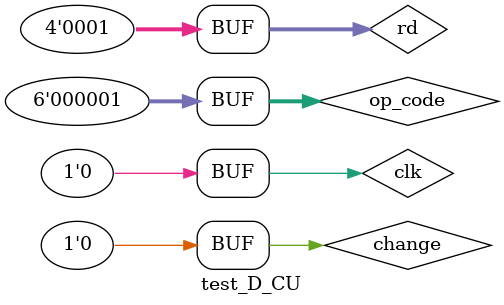
<source format=v>
module double_CU(stall, op_code, rd, clk, add_pc, add_rd, add_imm, turn_off);
	
	input [5:0] op_code; input [3:0] rd; input clk, stall; // Op code to check if operation is double typel; Clock for D-latch ; rd to check if it's ODD
	output add_pc, add_rd, add_imm, turn_off; // Flags that D_CU gives
	
	wire [3:0] splited_op_code;	// just need four bits (to make the comparator smaller)
	wire ff_in, ff_out, ff_xor;
	
	wire operation_is_double;
	wire compare_8_bit, compare_9_bit;
	wire null_wire;
	wire ff_and_op;
	
	// D_FF(clk, data, out);
	D_FF #(1) dff(clk, ff_in, ff_out);
	
	assign splited_op_code = op_code[3:0];
	// module comparator(a, b, less, eqauil, greater);
	comparator #(4) comp8(splited_op_code, 4'd8, null_wire, compare_8_bit, null_wire);
	comparator #(4) comp9(splited_op_code, 4'd9, null_wire, compare_9_bit, null_wire);
	
	
	assign operation_is_double = compare_8_bit | compare_9_bit;  // compare if the operation is double
	assign ff_xor = operation_is_double ^ ff_out;
	assign ff_in = operation_is_double & ff_xor & ~(turn_off) & ~(stall);
	
	assign ff_and_op = ff_out & operation_is_double; // if operation is double and second cycle
	
	assign add_rd = ff_and_op; // if second cycle
	assign add_imm = ff_and_op;	// if second cycle
	assign add_pc = (~operation_is_double) | (ff_and_op) | (rd[0]); // if there's no double operation, or second cycle or odd RD
	assign turn_off = operation_is_double & rd[0]; // if odd RD while the operation is double type
	
endmodule 
	

module D_FF(clk, data, out);
	parameter n = 32;	
	
	input [n - 1: 0] data; input clk;
	output reg [n - 1 : 0] out;
	
	always @(posedge clk)
		out = data;
endmodule

module test_D_CU;
	wire add_pc, add_rd, add_imm, turn_off, stall;
	reg [5:0] op_code; reg [3:0] rd; reg clk;
	
	// dcu dd(op_code, rd, clk, add_pc, add_rd, add_imm, turn_off);
    double_CU dd(stall, op_code, rd, clk, add_pc, add_rd, add_imm, turn_off);	
	reg change;
	
	initial begin
		
		{op_code, rd, clk} = 0;
		change = 0;
		
		
		#10 clk = ~clk ;
		#10 op_code = 6'b000001;
		#1 change = ~change;
		#10 clk = ~clk ;
		
		
		
		#10 clk = ~clk ;
		#10 op_code = 6'b001000;
		#1 change = ~change;
		#10 clk = ~clk ;
		
		
		
		#10 clk = ~clk ;
		#10 op_code = 6'b001000;
		#1 change = ~change;
		#10 clk = ~clk ;
		
		#10 clk = ~clk ;
		#10 op_code = 6'b000000;
		#1 change = ~change;
		#10 clk = ~clk ;
		
		#10 clk = ~clk ;
		#10 op_code = 6'b001001;
		#1 change = ~change;
		#10 clk = ~clk ;
		
		#10 clk = ~clk ;
		#10 op_code = 6'b001001;
		#1 change = ~change;
		#10 clk = ~clk ;
		
		#10 clk = ~clk ;
		#10 op_code = 6'b000001;
		#1 change = ~change;
		#10 clk = ~clk ;
		
		
		#10 clk = ~clk ;
		#10 op_code = 6'b000001;
		#1 change = ~change;
		#10 clk = ~clk ;
		
		#10 clk = ~clk ;
		#10 op_code = 6'b001000;
		rd = 4'b0001;
		#1 change = ~change;
		#10 clk = ~clk ;
		
		#10 clk = ~clk ;
		#10 op_code = 6'b000001;
		#1 change = ~change;
		#10 clk = ~clk ;
		
		
		
	end
	
	always @(change)
	begin
		$display("%d OP: %b CLK: %b -- %b %b %b %b", $time, op_code, clk, add_pc, add_rd, add_imm, turn_off);
		
		
	end

endmodule
</source>
